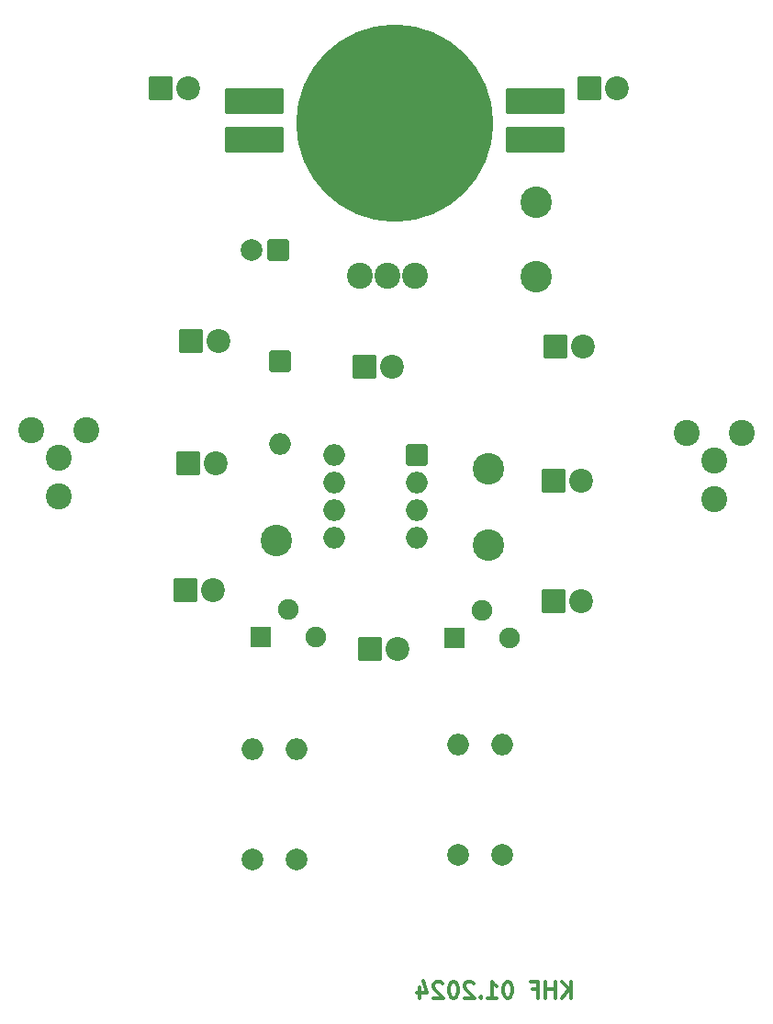
<source format=gbr>
%TF.GenerationSoftware,KiCad,Pcbnew,8.0.1*%
%TF.CreationDate,2024-04-02T10:46:19+02:00*%
%TF.ProjectId,ROBO_III,524f424f-5f49-4494-992e-6b696361645f,rev?*%
%TF.SameCoordinates,Original*%
%TF.FileFunction,Soldermask,Bot*%
%TF.FilePolarity,Negative*%
%FSLAX46Y46*%
G04 Gerber Fmt 4.6, Leading zero omitted, Abs format (unit mm)*
G04 Created by KiCad (PCBNEW 8.0.1) date 2024-04-02 10:46:19*
%MOMM*%
%LPD*%
G01*
G04 APERTURE LIST*
G04 Aperture macros list*
%AMRoundRect*
0 Rectangle with rounded corners*
0 $1 Rounding radius*
0 $2 $3 $4 $5 $6 $7 $8 $9 X,Y pos of 4 corners*
0 Add a 4 corners polygon primitive as box body*
4,1,4,$2,$3,$4,$5,$6,$7,$8,$9,$2,$3,0*
0 Add four circle primitives for the rounded corners*
1,1,$1+$1,$2,$3*
1,1,$1+$1,$4,$5*
1,1,$1+$1,$6,$7*
1,1,$1+$1,$8,$9*
0 Add four rect primitives between the rounded corners*
20,1,$1+$1,$2,$3,$4,$5,0*
20,1,$1+$1,$4,$5,$6,$7,0*
20,1,$1+$1,$6,$7,$8,$9,0*
20,1,$1+$1,$8,$9,$2,$3,0*%
G04 Aperture macros list end*
%ADD10C,0.300000*%
%ADD11RoundRect,0.200000X-0.900000X-0.900000X0.900000X-0.900000X0.900000X0.900000X-0.900000X0.900000X0*%
%ADD12C,2.200000*%
%ADD13RoundRect,0.200000X-0.750000X-0.750000X0.750000X-0.750000X0.750000X0.750000X-0.750000X0.750000X0*%
%ADD14C,1.900000*%
%ADD15C,2.000000*%
%ADD16O,2.000000X2.000000*%
%ADD17C,2.900000*%
%ADD18RoundRect,0.200000X0.800000X0.800000X-0.800000X0.800000X-0.800000X-0.800000X0.800000X-0.800000X0*%
%ADD19C,2.400000*%
%ADD20RoundRect,0.200000X-0.800000X0.800000X-0.800000X-0.800000X0.800000X-0.800000X0.800000X0.800000X0*%
%ADD21RoundRect,0.200000X-2.500000X-1.000000X2.500000X-1.000000X2.500000X1.000000X-2.500000X1.000000X0*%
%ADD22C,18.180000*%
G04 APERTURE END LIST*
D10*
X87185489Y-118170828D02*
X87185489Y-116670828D01*
X86328346Y-118170828D02*
X86971203Y-117313685D01*
X86328346Y-116670828D02*
X87185489Y-117527971D01*
X85685489Y-118170828D02*
X85685489Y-116670828D01*
X85685489Y-117385114D02*
X84828346Y-117385114D01*
X84828346Y-118170828D02*
X84828346Y-116670828D01*
X83614060Y-117385114D02*
X84114060Y-117385114D01*
X84114060Y-118170828D02*
X84114060Y-116670828D01*
X84114060Y-116670828D02*
X83399774Y-116670828D01*
X81399774Y-116670828D02*
X81256917Y-116670828D01*
X81256917Y-116670828D02*
X81114060Y-116742257D01*
X81114060Y-116742257D02*
X81042632Y-116813685D01*
X81042632Y-116813685D02*
X80971203Y-116956542D01*
X80971203Y-116956542D02*
X80899774Y-117242257D01*
X80899774Y-117242257D02*
X80899774Y-117599400D01*
X80899774Y-117599400D02*
X80971203Y-117885114D01*
X80971203Y-117885114D02*
X81042632Y-118027971D01*
X81042632Y-118027971D02*
X81114060Y-118099400D01*
X81114060Y-118099400D02*
X81256917Y-118170828D01*
X81256917Y-118170828D02*
X81399774Y-118170828D01*
X81399774Y-118170828D02*
X81542632Y-118099400D01*
X81542632Y-118099400D02*
X81614060Y-118027971D01*
X81614060Y-118027971D02*
X81685489Y-117885114D01*
X81685489Y-117885114D02*
X81756917Y-117599400D01*
X81756917Y-117599400D02*
X81756917Y-117242257D01*
X81756917Y-117242257D02*
X81685489Y-116956542D01*
X81685489Y-116956542D02*
X81614060Y-116813685D01*
X81614060Y-116813685D02*
X81542632Y-116742257D01*
X81542632Y-116742257D02*
X81399774Y-116670828D01*
X79471203Y-118170828D02*
X80328346Y-118170828D01*
X79899775Y-118170828D02*
X79899775Y-116670828D01*
X79899775Y-116670828D02*
X80042632Y-116885114D01*
X80042632Y-116885114D02*
X80185489Y-117027971D01*
X80185489Y-117027971D02*
X80328346Y-117099400D01*
X78828347Y-118027971D02*
X78756918Y-118099400D01*
X78756918Y-118099400D02*
X78828347Y-118170828D01*
X78828347Y-118170828D02*
X78899775Y-118099400D01*
X78899775Y-118099400D02*
X78828347Y-118027971D01*
X78828347Y-118027971D02*
X78828347Y-118170828D01*
X78185489Y-116813685D02*
X78114061Y-116742257D01*
X78114061Y-116742257D02*
X77971204Y-116670828D01*
X77971204Y-116670828D02*
X77614061Y-116670828D01*
X77614061Y-116670828D02*
X77471204Y-116742257D01*
X77471204Y-116742257D02*
X77399775Y-116813685D01*
X77399775Y-116813685D02*
X77328346Y-116956542D01*
X77328346Y-116956542D02*
X77328346Y-117099400D01*
X77328346Y-117099400D02*
X77399775Y-117313685D01*
X77399775Y-117313685D02*
X78256918Y-118170828D01*
X78256918Y-118170828D02*
X77328346Y-118170828D01*
X76399775Y-116670828D02*
X76256918Y-116670828D01*
X76256918Y-116670828D02*
X76114061Y-116742257D01*
X76114061Y-116742257D02*
X76042633Y-116813685D01*
X76042633Y-116813685D02*
X75971204Y-116956542D01*
X75971204Y-116956542D02*
X75899775Y-117242257D01*
X75899775Y-117242257D02*
X75899775Y-117599400D01*
X75899775Y-117599400D02*
X75971204Y-117885114D01*
X75971204Y-117885114D02*
X76042633Y-118027971D01*
X76042633Y-118027971D02*
X76114061Y-118099400D01*
X76114061Y-118099400D02*
X76256918Y-118170828D01*
X76256918Y-118170828D02*
X76399775Y-118170828D01*
X76399775Y-118170828D02*
X76542633Y-118099400D01*
X76542633Y-118099400D02*
X76614061Y-118027971D01*
X76614061Y-118027971D02*
X76685490Y-117885114D01*
X76685490Y-117885114D02*
X76756918Y-117599400D01*
X76756918Y-117599400D02*
X76756918Y-117242257D01*
X76756918Y-117242257D02*
X76685490Y-116956542D01*
X76685490Y-116956542D02*
X76614061Y-116813685D01*
X76614061Y-116813685D02*
X76542633Y-116742257D01*
X76542633Y-116742257D02*
X76399775Y-116670828D01*
X75328347Y-116813685D02*
X75256919Y-116742257D01*
X75256919Y-116742257D02*
X75114062Y-116670828D01*
X75114062Y-116670828D02*
X74756919Y-116670828D01*
X74756919Y-116670828D02*
X74614062Y-116742257D01*
X74614062Y-116742257D02*
X74542633Y-116813685D01*
X74542633Y-116813685D02*
X74471204Y-116956542D01*
X74471204Y-116956542D02*
X74471204Y-117099400D01*
X74471204Y-117099400D02*
X74542633Y-117313685D01*
X74542633Y-117313685D02*
X75399776Y-118170828D01*
X75399776Y-118170828D02*
X74471204Y-118170828D01*
X73185491Y-117170828D02*
X73185491Y-118170828D01*
X73542633Y-116599400D02*
X73899776Y-117670828D01*
X73899776Y-117670828D02*
X72971205Y-117670828D01*
D11*
%TO.C,D11*%
X88892500Y-34392500D03*
D12*
X91432500Y-34392500D03*
%TD*%
D11*
%TO.C,D8*%
X51592500Y-80567500D03*
D12*
X54132500Y-80567500D03*
%TD*%
D11*
%TO.C,D2*%
X68077500Y-60042500D03*
D12*
X70617500Y-60042500D03*
%TD*%
D13*
%TO.C,T2*%
X58527500Y-84907500D03*
D14*
X61067500Y-82367500D03*
X63607500Y-84907500D03*
%TD*%
D11*
%TO.C,D4*%
X85767500Y-58142500D03*
D12*
X88307500Y-58142500D03*
%TD*%
D11*
%TO.C,D1*%
X52127500Y-57667500D03*
D12*
X54667500Y-57667500D03*
%TD*%
D11*
%TO.C,D5*%
X85542500Y-70492500D03*
D12*
X88082500Y-70492500D03*
%TD*%
D11*
%TO.C,D9*%
X51842500Y-68942500D03*
D12*
X54382500Y-68942500D03*
%TD*%
D13*
%TO.C,T1*%
X76452500Y-84982500D03*
D14*
X78992500Y-82442500D03*
X81532500Y-84982500D03*
%TD*%
D11*
%TO.C,D6*%
X85542500Y-81642500D03*
D12*
X88082500Y-81642500D03*
%TD*%
D11*
%TO.C,D7*%
X68592500Y-86017500D03*
D12*
X71132500Y-86017500D03*
%TD*%
D11*
%TO.C,D10*%
X49317500Y-34392500D03*
D12*
X51857500Y-34392500D03*
%TD*%
D15*
%TO.C,R3*%
X61817500Y-105402500D03*
D16*
X61817500Y-95242500D03*
%TD*%
D17*
%TO.C,T2_B*%
X79542500Y-76442500D03*
%TD*%
%TO.C,GND*%
X83942500Y-51742500D03*
%TD*%
D18*
%TO.C,C1*%
X60192500Y-49292500D03*
D15*
X57692500Y-49292500D03*
%TD*%
D19*
%TO.C,P1*%
X102897500Y-66142500D03*
X97817500Y-66142500D03*
X100357500Y-72238500D03*
X100357500Y-68682500D03*
%TD*%
%TO.C,S1*%
X67667500Y-51617500D03*
X70207500Y-51617500D03*
X72747500Y-51617500D03*
%TD*%
D15*
%TO.C,R5*%
X80792500Y-104952500D03*
D16*
X80792500Y-94792500D03*
%TD*%
D15*
%TO.C,R6*%
X76742500Y-104952500D03*
D16*
X76742500Y-94792500D03*
%TD*%
D15*
%TO.C,R4*%
X57767500Y-105402500D03*
D16*
X57767500Y-95242500D03*
%TD*%
D19*
%TO.C,P2*%
X42481300Y-65831700D03*
X37401300Y-65831700D03*
X39941300Y-71927700D03*
X39941300Y-68371700D03*
%TD*%
D20*
%TO.C,D3*%
X60292500Y-59547500D03*
D16*
X60292500Y-67167500D03*
%TD*%
D17*
%TO.C,Q*%
X79542500Y-69417500D03*
%TD*%
%TO.C,T1_B*%
X59992500Y-76042500D03*
%TD*%
D21*
%TO.C,U2*%
X57938500Y-35535500D03*
X57938500Y-39091500D03*
X83832500Y-35535500D03*
X83832500Y-39091500D03*
D22*
X70892500Y-37567500D03*
%TD*%
D18*
%TO.C,U1*%
X72962500Y-68162500D03*
D16*
X72962500Y-70702500D03*
X72962500Y-73242500D03*
X72962500Y-75782500D03*
X65342500Y-75782500D03*
X65342500Y-73242500D03*
X65342500Y-70702500D03*
X65342500Y-68162500D03*
%TD*%
D17*
%TO.C,VCC*%
X83917500Y-44867500D03*
%TD*%
M02*

</source>
